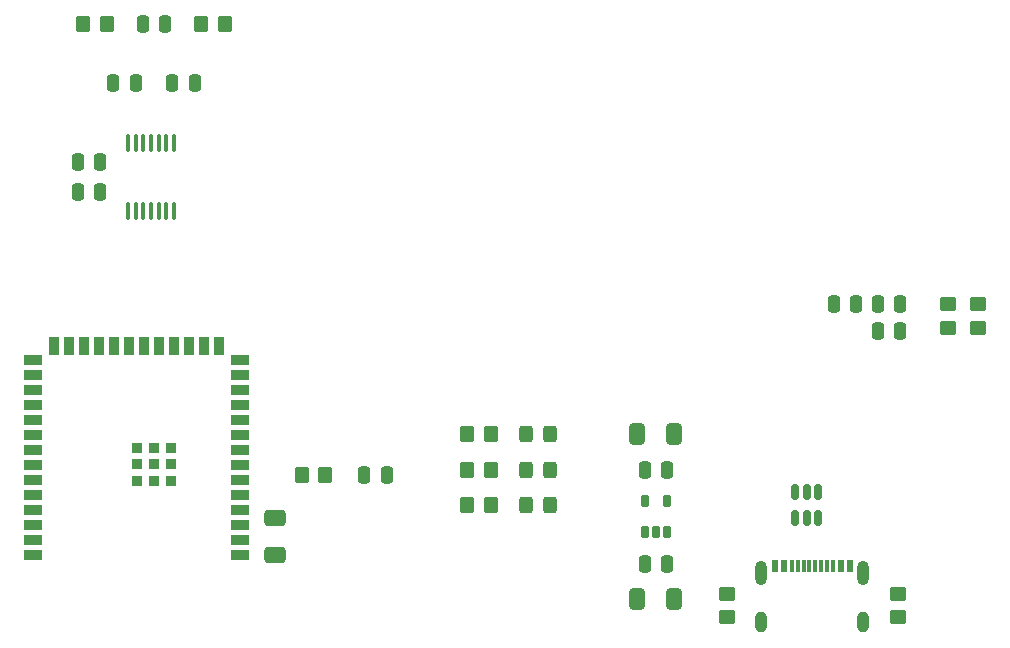
<source format=gbr>
%TF.GenerationSoftware,KiCad,Pcbnew,9.0.5*%
%TF.CreationDate,2025-10-20T16:28:33-04:00*%
%TF.ProjectId,phoenix_v2,70686f65-6e69-4785-9f76-322e6b696361,v3*%
%TF.SameCoordinates,Original*%
%TF.FileFunction,Paste,Top*%
%TF.FilePolarity,Positive*%
%FSLAX46Y46*%
G04 Gerber Fmt 4.6, Leading zero omitted, Abs format (unit mm)*
G04 Created by KiCad (PCBNEW 9.0.5) date 2025-10-20 16:28:33*
%MOMM*%
%LPD*%
G01*
G04 APERTURE LIST*
G04 Aperture macros list*
%AMRoundRect*
0 Rectangle with rounded corners*
0 $1 Rounding radius*
0 $2 $3 $4 $5 $6 $7 $8 $9 X,Y pos of 4 corners*
0 Add a 4 corners polygon primitive as box body*
4,1,4,$2,$3,$4,$5,$6,$7,$8,$9,$2,$3,0*
0 Add four circle primitives for the rounded corners*
1,1,$1+$1,$2,$3*
1,1,$1+$1,$4,$5*
1,1,$1+$1,$6,$7*
1,1,$1+$1,$8,$9*
0 Add four rect primitives between the rounded corners*
20,1,$1+$1,$2,$3,$4,$5,0*
20,1,$1+$1,$4,$5,$6,$7,0*
20,1,$1+$1,$6,$7,$8,$9,0*
20,1,$1+$1,$8,$9,$2,$3,0*%
G04 Aperture macros list end*
%ADD10RoundRect,0.250000X-0.250000X-0.475000X0.250000X-0.475000X0.250000X0.475000X-0.250000X0.475000X0*%
%ADD11RoundRect,0.250000X-0.350000X-0.450000X0.350000X-0.450000X0.350000X0.450000X-0.350000X0.450000X0*%
%ADD12RoundRect,0.250000X0.412500X0.650000X-0.412500X0.650000X-0.412500X-0.650000X0.412500X-0.650000X0*%
%ADD13RoundRect,0.250000X0.250000X0.475000X-0.250000X0.475000X-0.250000X-0.475000X0.250000X-0.475000X0*%
%ADD14R,0.900000X0.900000*%
%ADD15R,1.500000X0.900000*%
%ADD16R,0.900000X1.500000*%
%ADD17R,0.600000X1.140000*%
%ADD18R,0.300000X1.140000*%
%ADD19O,1.000000X2.100000*%
%ADD20O,1.000000X1.800000*%
%ADD21RoundRect,0.250000X-0.450000X0.350000X-0.450000X-0.350000X0.450000X-0.350000X0.450000X0.350000X0*%
%ADD22RoundRect,0.250000X0.325000X0.450000X-0.325000X0.450000X-0.325000X-0.450000X0.325000X-0.450000X0*%
%ADD23RoundRect,0.090000X0.210000X-0.460000X0.210000X0.460000X-0.210000X0.460000X-0.210000X-0.460000X0*%
%ADD24RoundRect,0.250000X0.450000X-0.350000X0.450000X0.350000X-0.450000X0.350000X-0.450000X-0.350000X0*%
%ADD25RoundRect,0.250000X-0.650000X0.412500X-0.650000X-0.412500X0.650000X-0.412500X0.650000X0.412500X0*%
%ADD26RoundRect,0.150000X0.150000X-0.512500X0.150000X0.512500X-0.150000X0.512500X-0.150000X-0.512500X0*%
%ADD27RoundRect,0.250000X0.350000X0.450000X-0.350000X0.450000X-0.350000X-0.450000X0.350000X-0.450000X0*%
%ADD28RoundRect,0.250000X-0.412500X-0.650000X0.412500X-0.650000X0.412500X0.650000X-0.412500X0.650000X0*%
%ADD29RoundRect,0.100000X-0.100000X0.637500X-0.100000X-0.637500X0.100000X-0.637500X0.100000X0.637500X0*%
G04 APERTURE END LIST*
D10*
%TO.C,C8*%
X95750000Y-85850000D03*
X97650000Y-85850000D03*
%TD*%
D11*
%TO.C,R5*%
X120700000Y-115600000D03*
X122700000Y-115600000D03*
%TD*%
D12*
%TO.C,C12*%
X138262500Y-129600000D03*
X135137500Y-129600000D03*
%TD*%
D13*
%TO.C,C9*%
X113900000Y-119100000D03*
X112000000Y-119100000D03*
%TD*%
%TO.C,C5*%
X89650000Y-95100000D03*
X87750000Y-95100000D03*
%TD*%
D11*
%TO.C,R3*%
X88200000Y-80850000D03*
X90200000Y-80850000D03*
%TD*%
D10*
%TO.C,C4*%
X87750000Y-92600000D03*
X89650000Y-92600000D03*
%TD*%
D14*
%TO.C,U5*%
X95600000Y-119540000D03*
X95600000Y-118140000D03*
X95600000Y-116740000D03*
X94200000Y-119540000D03*
X94200000Y-118140000D03*
X94200000Y-116740000D03*
X92800000Y-119540000D03*
X92800000Y-118140000D03*
X92800000Y-116740000D03*
D15*
X101450000Y-125860000D03*
X101450000Y-124590000D03*
X101450000Y-123320000D03*
X101450000Y-122050000D03*
X101450000Y-120780000D03*
X101450000Y-119510000D03*
X101450000Y-118240000D03*
X101450000Y-116970000D03*
X101450000Y-115700000D03*
X101450000Y-114430000D03*
X101450000Y-113160000D03*
X101450000Y-111890000D03*
X101450000Y-110620000D03*
X101450000Y-109350000D03*
D16*
X99685000Y-108100000D03*
X98415000Y-108100000D03*
X97145000Y-108100000D03*
X95875000Y-108100000D03*
X94605000Y-108100000D03*
X93335000Y-108100000D03*
X92065000Y-108100000D03*
X90795000Y-108100000D03*
X89525000Y-108100000D03*
X88255000Y-108100000D03*
X86985000Y-108100000D03*
X85715000Y-108100000D03*
D15*
X83950000Y-109350000D03*
X83950000Y-110620000D03*
X83950000Y-111890000D03*
X83950000Y-113160000D03*
X83950000Y-114430000D03*
X83950000Y-115700000D03*
X83950000Y-116970000D03*
X83950000Y-118240000D03*
X83950000Y-119510000D03*
X83950000Y-120780000D03*
X83950000Y-122050000D03*
X83950000Y-123320000D03*
X83950000Y-124590000D03*
X83950000Y-125860000D03*
%TD*%
D17*
%TO.C,J1*%
X146750000Y-126750000D03*
X147550000Y-126750000D03*
D18*
X148700000Y-126750000D03*
X149700000Y-126750000D03*
X150200000Y-126750000D03*
X151200000Y-126750000D03*
D17*
X152350000Y-126750000D03*
X153150000Y-126750000D03*
X153150000Y-126750000D03*
X152350000Y-126750000D03*
D18*
X151700000Y-126750000D03*
X150700000Y-126750000D03*
X149200000Y-126750000D03*
X148200000Y-126750000D03*
D17*
X147550000Y-126750000D03*
X146750000Y-126750000D03*
D19*
X145630000Y-127320000D03*
D20*
X145630000Y-131500000D03*
D19*
X154270000Y-127320000D03*
D20*
X154270000Y-131500000D03*
%TD*%
D11*
%TO.C,R8*%
X106700000Y-119100000D03*
X108700000Y-119100000D03*
%TD*%
D10*
%TO.C,C6*%
X90750000Y-85850000D03*
X92650000Y-85850000D03*
%TD*%
D21*
%TO.C,R1*%
X142700000Y-129100000D03*
X142700000Y-131100000D03*
%TD*%
%TO.C,R2*%
X157200000Y-129100000D03*
X157200000Y-131100000D03*
%TD*%
D13*
%TO.C,C1*%
X157400000Y-104600000D03*
X155500000Y-104600000D03*
%TD*%
%TO.C,C3*%
X157400000Y-106850000D03*
X155500000Y-106850000D03*
%TD*%
D11*
%TO.C,R6*%
X120700000Y-118600000D03*
X122700000Y-118600000D03*
%TD*%
D13*
%TO.C,C2*%
X153650000Y-104600000D03*
X151750000Y-104600000D03*
%TD*%
D11*
%TO.C,R7*%
X120700000Y-121600000D03*
X122700000Y-121600000D03*
%TD*%
D22*
%TO.C,D1*%
X127725000Y-115600000D03*
X125675000Y-115600000D03*
%TD*%
D23*
%TO.C,U4*%
X135750000Y-123900000D03*
X136700000Y-123900000D03*
X137650000Y-123900000D03*
X137650000Y-121300000D03*
X135750000Y-121300000D03*
%TD*%
D24*
%TO.C,R9*%
X163950000Y-106600000D03*
X163950000Y-104600000D03*
%TD*%
%TO.C,R10*%
X161450000Y-106600000D03*
X161450000Y-104600000D03*
%TD*%
D22*
%TO.C,D3*%
X127725000Y-121600000D03*
X125675000Y-121600000D03*
%TD*%
D25*
%TO.C,C14*%
X104450000Y-122725000D03*
X104450000Y-125850000D03*
%TD*%
D13*
%TO.C,C10*%
X137650000Y-126600000D03*
X135750000Y-126600000D03*
%TD*%
D26*
%TO.C,U2*%
X148500000Y-122737500D03*
X149450000Y-122737500D03*
X150400000Y-122737500D03*
X150400000Y-120462500D03*
X149450000Y-120462500D03*
X148500000Y-120462500D03*
%TD*%
D22*
%TO.C,D2*%
X127725000Y-118600000D03*
X125675000Y-118600000D03*
%TD*%
D10*
%TO.C,C11*%
X135750000Y-118600000D03*
X137650000Y-118600000D03*
%TD*%
D27*
%TO.C,R4*%
X100200000Y-80850000D03*
X98200000Y-80850000D03*
%TD*%
D28*
%TO.C,C13*%
X135137500Y-115600000D03*
X138262500Y-115600000D03*
%TD*%
D10*
%TO.C,C7*%
X93250000Y-80850000D03*
X95150000Y-80850000D03*
%TD*%
D29*
%TO.C,U3*%
X95900000Y-90987500D03*
X95250000Y-90987500D03*
X94600000Y-90987500D03*
X93950000Y-90987500D03*
X93300000Y-90987500D03*
X92650000Y-90987500D03*
X92000000Y-90987500D03*
X92000000Y-96712500D03*
X92650000Y-96712500D03*
X93300000Y-96712500D03*
X93950000Y-96712500D03*
X94600000Y-96712500D03*
X95250000Y-96712500D03*
X95900000Y-96712500D03*
%TD*%
M02*

</source>
